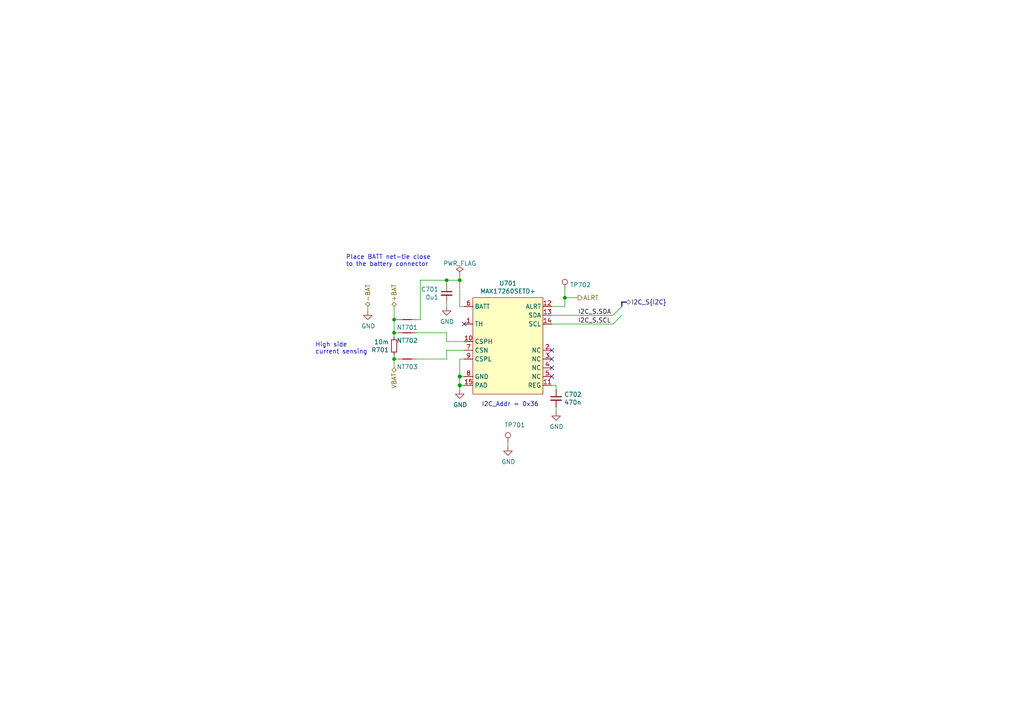
<source format=kicad_sch>
(kicad_sch (version 20210621) (generator eeschema)
  (paper "A4")
  (lib_symbols
    (symbol "DIYPie:MAX17260SETD+"
      (property "Reference" "U" (at -10.16 15.24 0))
      (property "Value" "MAX17260SETD+" (at -10.16 -15.24 0))
      (symbol "MAX17260SETD+_0_1"
        (rectangle (start -10.16 13.97) (end 10.16 -13.97) (fill (type background)))
      )
      (symbol "MAX17260SETD+_1_1"
        (pin passive line (at -12.7 6.35 0) (length 2.54) (name "TH") (number "1"))
        (pin input line (at -12.7 1.27 0) (length 2.54) (name "CSPH") (number "10"))
        (pin power_out line (at 12.7 -11.43 180) (length 2.54) (name "REG") (number "11"))
        (pin open_collector line (at 12.7 11.43 180) (length 2.54) (name "ALRT") (number "12"))
        (pin bidirectional line (at 12.7 8.89 180) (length 2.54) (name "SDA") (number "13"))
        (pin input line (at 12.7 6.35 180) (length 2.54) (name "SCL") (number "14"))
        (pin passive line (at -12.7 -11.43 0) (length 2.54) (name "PAD") (number "15"))
        (pin bidirectional line (at 12.7 -1.27 180) (length 2.54) (name "NC") (number "2"))
        (pin output line (at 12.7 -3.81 180) (length 2.54) (name "NC") (number "3"))
        (pin output line (at 12.7 -6.35 180) (length 2.54) (name "NC") (number "4"))
        (pin output line (at 12.7 -8.89 180) (length 2.54) (name "NC") (number "5"))
        (pin power_in line (at -12.7 11.43 0) (length 2.54) (name "BATT") (number "6"))
        (pin input line (at -12.7 -1.27 0) (length 2.54) (name "CSN") (number "7"))
        (pin power_in line (at -12.7 -8.89 0) (length 2.54) (name "GND") (number "8"))
        (pin input line (at -12.7 -3.81 0) (length 2.54) (name "CSPL") (number "9"))
      )
    )
    (symbol "DIYPie:TestPoint" (pin_numbers hide) (pin_names (offset 0.762) hide)
      (property "Reference" "TP" (at 0 5.588 0))
      (property "Value" "TestPoint" (at 0 3.81 0))
      (symbol "TestPoint_0_1"
        (circle (center 0 2.032) (radius 0.762))
      )
      (symbol "TestPoint_1_1"
        (pin passive line (at 0 0 90) (length 1.27) (name "1") (number "1"))
      )
    )
    (symbol "Device:C_Small" (pin_numbers hide) (pin_names (offset 0.254) hide)
      (property "Reference" "C" (at 0.254 1.778 0))
      (property "Value" "C_Small" (at 0.254 -2.032 0))
      (symbol "C_Small_0_1"
        (polyline (pts (xy -1.524 -0.508) (xy 1.524 -0.508)) (stroke (width 0.3302)))
        (polyline (pts (xy -1.524 0.508) (xy 1.524 0.508)) (stroke (width 0.3048)))
      )
      (symbol "C_Small_1_1"
        (pin passive line (at 0 2.54 270) (length 2.032) (name "~") (number "1"))
        (pin passive line (at 0 -2.54 90) (length 2.032) (name "~") (number "2"))
      )
    )
    (symbol "Device:Net-Tie_2" (pin_numbers hide) (pin_names (offset 0) hide)
      (property "Reference" "NT" (at 0 1.27 0))
      (property "Value" "Net-Tie_2" (at 0 -1.27 0))
      (symbol "Net-Tie_2_0_1"
        (polyline (pts (xy -1.27 0) (xy 1.27 0)) (stroke (width 0.254)))
      )
      (symbol "Net-Tie_2_1_1"
        (pin passive line (at -2.54 0 0) (length 2.54) (name "1") (number "1"))
        (pin passive line (at 2.54 0 180) (length 2.54) (name "2") (number "2"))
      )
    )
    (symbol "Device:R_Small" (pin_numbers hide) (pin_names (offset 0.254) hide)
      (property "Reference" "R" (at 0.762 0.508 0))
      (property "Value" "R_Small" (at 0.762 -1.016 0))
      (symbol "R_Small_0_1"
        (rectangle (start -0.762 1.778) (end 0.762 -1.778) (stroke (width 0.2032)))
      )
      (symbol "R_Small_1_1"
        (pin passive line (at 0 2.54 270) (length 0.762) (name "~") (number "1"))
        (pin passive line (at 0 -2.54 90) (length 0.762) (name "~") (number "2"))
      )
    )
    (symbol "power:GND" (power) (pin_names (offset 0))
      (property "Value" "GND" (at 0 -3.81 0))
      (symbol "GND_0_1"
        (polyline (pts (xy 0 0) (xy 0 -1.27) (xy 1.27 -1.27) (xy 0 -2.54) (xy -1.27 -1.27) (xy 0 -1.27)))
      )
      (symbol "GND_1_1"
        (pin power_in line (at 0 0 270) (length 0) hide (name "GND") (number "1"))
      )
    )
    (symbol "power:PWR_FLAG" (power) (pin_numbers hide) (pin_names (offset 0) hide)
      (property "Value" "PWR_FLAG" (at 0 3.81 0))
      (symbol "PWR_FLAG_0_0"
        (pin power_out line (at 0 0 90) (length 0) (name "pwr") (number "1"))
      )
      (symbol "PWR_FLAG_0_1"
        (polyline (pts (xy 0 0) (xy 0 1.27) (xy -1.016 1.905) (xy 0 2.54) (xy 1.016 1.905) (xy 0 1.27)))
      )
    )
  )
  (junction (at 114.3 92.71) (diameter 0.9144))
  (junction (at 114.3 96.52) (diameter 0.9144))
  (junction (at 114.3 104.14) (diameter 0.9144))
  (junction (at 129.54 81.28) (diameter 0.9144))
  (junction (at 133.35 81.28) (diameter 0.9144))
  (junction (at 133.35 109.22) (diameter 1.016))
  (junction (at 133.35 111.76) (diameter 1.016))
  (junction (at 163.83 86.36) (diameter 0.9144))
  (no_connect (at 134.62 93.98))
  (no_connect (at 160.02 101.6))
  (no_connect (at 160.02 104.14))
  (no_connect (at 160.02 106.68))
  (no_connect (at 160.02 109.22))
  (bus_entry (at 180.34 88.9) (size -2.54 2.54) (stroke (width 0.1524)))
  (bus_entry (at 180.34 91.44) (size -2.54 2.54) (stroke (width 0.1524)))
  (wire (pts (xy 106.68 88.9) (xy 106.68 90.17)))
  (wire (pts (xy 114.3 92.71) (xy 114.3 88.9)))
  (wire (pts (xy 114.3 92.71) (xy 115.57 92.71)))
  (wire (pts (xy 114.3 96.52) (xy 114.3 92.71)))
  (wire (pts (xy 114.3 96.52) (xy 115.57 96.52)))
  (wire (pts (xy 114.3 97.79) (xy 114.3 96.52)))
  (wire (pts (xy 114.3 104.14) (xy 114.3 102.87)))
  (wire (pts (xy 114.3 104.14) (xy 114.3 106.68)))
  (wire (pts (xy 115.57 104.14) (xy 114.3 104.14)))
  (wire (pts (xy 120.65 92.71) (xy 121.92 92.71)))
  (wire (pts (xy 120.65 96.52) (xy 129.54 96.52)))
  (wire (pts (xy 121.92 81.28) (xy 121.92 92.71)))
  (wire (pts (xy 129.54 81.28) (xy 121.92 81.28)))
  (wire (pts (xy 129.54 81.28) (xy 129.54 82.55)))
  (wire (pts (xy 129.54 88.9) (xy 129.54 87.63)))
  (wire (pts (xy 129.54 96.52) (xy 129.54 99.06)))
  (wire (pts (xy 129.54 99.06) (xy 134.62 99.06)))
  (wire (pts (xy 129.54 101.6) (xy 129.54 104.14)))
  (wire (pts (xy 129.54 104.14) (xy 120.65 104.14)))
  (wire (pts (xy 133.35 80.01) (xy 133.35 81.28)))
  (wire (pts (xy 133.35 81.28) (xy 129.54 81.28)))
  (wire (pts (xy 133.35 88.9) (xy 133.35 81.28)))
  (wire (pts (xy 133.35 104.14) (xy 133.35 109.22)))
  (wire (pts (xy 133.35 109.22) (xy 133.35 111.76)))
  (wire (pts (xy 133.35 111.76) (xy 133.35 113.03)))
  (wire (pts (xy 134.62 88.9) (xy 133.35 88.9)))
  (wire (pts (xy 134.62 101.6) (xy 129.54 101.6)))
  (wire (pts (xy 134.62 104.14) (xy 133.35 104.14)))
  (wire (pts (xy 134.62 109.22) (xy 133.35 109.22)))
  (wire (pts (xy 134.62 111.76) (xy 133.35 111.76)))
  (wire (pts (xy 147.32 128.27) (xy 147.32 129.54)))
  (wire (pts (xy 160.02 88.9) (xy 163.83 88.9)))
  (wire (pts (xy 160.02 91.44) (xy 177.8 91.44)))
  (wire (pts (xy 160.02 93.98) (xy 177.8 93.98)))
  (wire (pts (xy 160.02 111.76) (xy 161.29 111.76)))
  (wire (pts (xy 161.29 111.76) (xy 161.29 113.03)))
  (wire (pts (xy 161.29 118.11) (xy 161.29 119.38)))
  (wire (pts (xy 163.83 83.82) (xy 163.83 86.36)))
  (wire (pts (xy 163.83 86.36) (xy 167.64 86.36)))
  (wire (pts (xy 163.83 88.9) (xy 163.83 86.36)))
  (bus (pts (xy 180.34 87.63) (xy 180.34 91.44)))
  (bus (pts (xy 181.61 87.63) (xy 180.34 87.63)))
  (text "High side \ncurrent sensing" (at 91.44 102.87 0) (effects (font (size 1.27 1.27)) (justify left bottom)))
  (text "Place BATT net-tie close\nto the battery connector" (at 100.33 77.47 0) (effects (font (size 1.27 1.27)) (justify left bottom)))
  (text "I2C_Addr = 0x36" (at 139.7 118.11 0) (effects (font (size 1.27 1.27)) (justify left bottom)))
  (label "I2C_S.SDA" (at 167.64 91.44 0))
  (label "I2C_S.SCL" (at 167.64 93.98 0))
  (hierarchical_label "-BAT" (shape bidirectional) (at 106.68 88.9 90))
  (hierarchical_label "+BAT" (shape bidirectional) (at 114.3 88.9 90))
  (hierarchical_label "VBAT" (shape bidirectional) (at 114.3 106.68 270))
  (hierarchical_label "ALRT" (shape output) (at 167.64 86.36 0))
  (hierarchical_label "I2C_S{I2C}" (shape bidirectional) (at 181.61 87.63 0))
  (symbol (lib_id "Device:Net-Tie_2") (at 118.11 92.71 180) (unit 1)
    (property "Reference" "NT701" (at 118.11 94.9706 0))
    (property "Value" "Net-Tie_2" (effects hide))
  )
  (symbol (lib_id "Device:Net-Tie_2") (at 118.11 96.52 180) (unit 1)
    (property "Reference" "NT702" (at 118.11 98.7806 0))
    (property "Value" "Net-Tie_2" (effects hide))
  )
  (symbol (lib_id "Device:Net-Tie_2") (at 118.11 104.14 180) (unit 1)
    (property "Reference" "NT703" (at 118.11 106.4006 0))
    (property "Value" "Net-Tie_2" (effects hide))
  )
  (symbol (lib_id "DIYPie:TestPoint") (at 147.32 128.27 0) (unit 1)
    (property "Reference" "TP701" (at 146.2532 123.2662 0) (effects (justify left)))
    (property "Value" "TestPoint" (effects hide))
    (property "Footprint" "DIYPie:TestPoint_Pad_D1.5mm" (effects hide))
    (property "Description" "Generic testpoint" (effects hide))
  )
  (symbol (lib_id "DIYPie:TestPoint") (at 163.83 83.82 0) (unit 1)
    (property "Reference" "TP702" (at 165.3032 82.6262 0) (effects (justify left)))
    (property "Value" "TestPoint" (effects hide))
    (property "Footprint" "DIYPie:TestPoint_Pad_D1.5mm" (effects hide))
    (property "Description" "Generic testpoint" (effects hide))
  )
  (symbol (lib_id "power:PWR_FLAG") (at 133.35 80.01 0) (unit 1)
    (property "Reference" "#FLG0102" (effects hide))
    (property "Value" "PWR_FLAG" (at 133.35 76.4054 0))
  )
  (symbol (lib_id "power:GND") (at 106.68 90.17 0) (unit 1)
    (property "Reference" "#PWR0701" (effects hide))
    (property "Value" "GND" (at 106.807 94.5642 0))
  )
  (symbol (lib_id "power:GND") (at 129.54 88.9 0) (unit 1)
    (property "Reference" "#PWR0702" (effects hide))
    (property "Value" "GND" (at 129.667 93.2942 0))
  )
  (symbol (lib_id "power:GND") (at 133.35 113.03 0) (unit 1)
    (property "Reference" "#PWR0703" (effects hide))
    (property "Value" "GND" (at 133.477 117.4242 0))
  )
  (symbol (lib_id "power:GND") (at 147.32 129.54 0) (unit 1)
    (property "Reference" "#PWR0704" (effects hide))
    (property "Value" "GND" (at 147.447 133.9342 0))
  )
  (symbol (lib_id "power:GND") (at 161.29 119.38 0) (unit 1)
    (property "Reference" "#PWR0705" (effects hide))
    (property "Value" "GND" (at 161.417 123.7742 0))
  )
  (symbol (lib_id "Device:R_Small") (at 114.3 100.33 0) (unit 1)
    (property "Reference" "R701" (at 112.8014 101.4984 0) (effects (justify right)))
    (property "Value" "10m" (at 112.8014 99.187 0) (effects (justify right)))
  )
  (symbol (lib_id "Device:C_Small") (at 129.54 85.09 0) (mirror y) (unit 1)
    (property "Reference" "C701" (at 127.2032 83.9216 0) (effects (justify left)))
    (property "Value" "0u1" (at 127.2032 86.233 0) (effects (justify left)))
    (property "Footprint" "DIYPie:C_0402_1005Metric" (effects hide))
    (property "Manufacturer" "any" (effects hide))
    (property "Mouser_PN" "963-EMK105BJ104KV-F" (effects hide))
    (property "Mouser_PL" "https://eu.mouser.com/ProductDetail/Taiyo-Yuden/EMK105BJ104KV-F?qs=sGAEpiMZZMvsSlwiRhF8qgJCQaFFkNE%2FB5WnhbLyoK8%3D" (effects hide))
    (property "Tolerance" "20%" (effects hide))
    (property "Voltage" "16V" (effects hide))
    (property "Dielectric" "X5R" (effects hide))
  )
  (symbol (lib_id "Device:C_Small") (at 161.29 115.57 0) (mirror y) (unit 1)
    (property "Reference" "C702" (at 163.6268 114.4016 0) (effects (justify right)))
    (property "Value" "470n" (at 163.6268 116.713 0) (effects (justify right)))
    (property "Footprint" "DIYPie:C_0402_1005Metric" (effects hide))
    (property "Manufacturer" "any" (effects hide))
    (property "Mouser_PN" "963-JMK105BJ474MV-F" (effects hide))
    (property "Mouser_PL" "https://eu.mouser.com/ProductDetail/Taiyo-Yuden/JMK105BJ474MV-F?qs=sGAEpiMZZMvsSlwiRhF8qvXH2%252BT6Wjq1H9EODWG06L26C1SBUt6ZpA%3D%3D" (effects hide))
    (property "Tolerance" "20%" (effects hide))
    (property "Voltage" "6.3V" (effects hide))
    (property "Dielectric" "X5R" (effects hide))
  )
  (symbol (lib_id "DIYPie:MAX17260SETD+") (at 147.32 100.33 0) (unit 1)
    (property "Reference" "U701" (at 147.32 82.169 0))
    (property "Value" "MAX17260SETD+" (at 147.32 84.4804 0))
    (property "Footprint" "DIYPie:MAXIM_TDFN-14-EP-T1433-2C" (effects hide))
    (property "Datasheet" "https://datasheets.maximintegrated.com/en/ds/MAX17260.pdf" (effects hide))
  )
)
</source>
